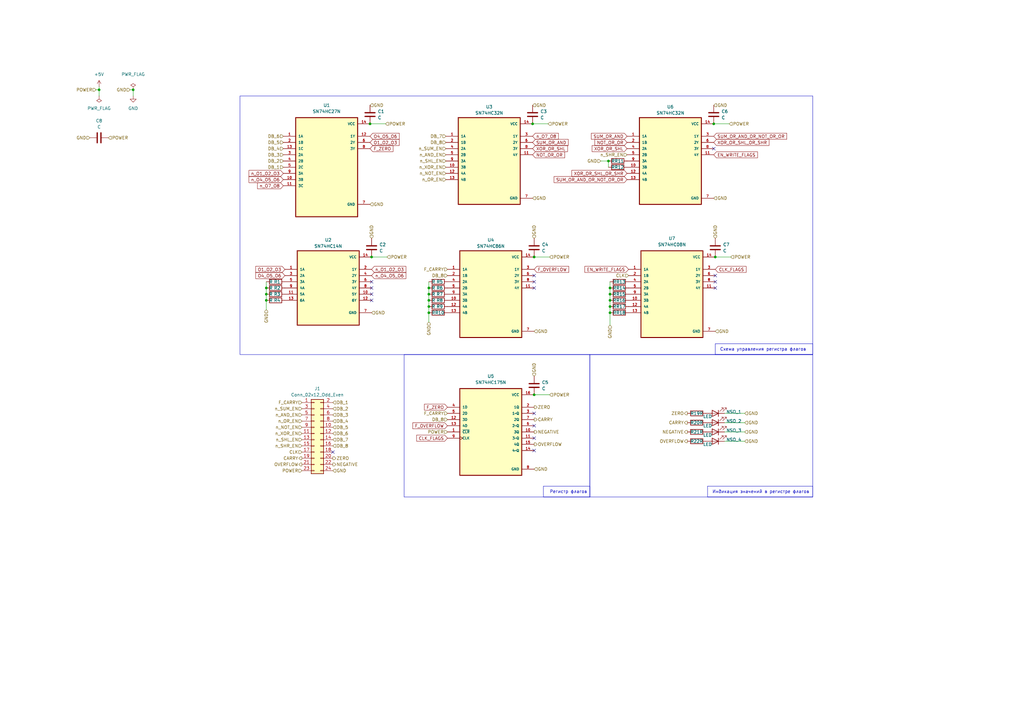
<source format=kicad_sch>
(kicad_sch (version 20230121) (generator eeschema)
  (paper "A3")
  (lib_symbols
    (symbol "Connector_Generic:Conn_02x12_Odd_Even" (pin_names (offset 1.016) hide)
      (property "Reference" "J" (at 1.27 15.24 0))
      (property "Value" "Conn_02x12_Odd_Even" (at 1.27 -17.78 0))
      (symbol "Conn_02x12_Odd_Even_1_1"
        (rectangle (start -1.27 -15.113) (end 0 -15.367) (stroke (width 0.1524)))
        (rectangle (start -1.27 -12.573) (end 0 -12.827) (stroke (width 0.1524)))
        (rectangle (start -1.27 -10.033) (end 0 -10.287) (stroke (width 0.1524)))
        (rectangle (start -1.27 -7.493) (end 0 -7.747) (stroke (width 0.1524)))
        (rectangle (start -1.27 -4.953) (end 0 -5.207) (stroke (width 0.1524)))
        (rectangle (start -1.27 -2.413) (end 0 -2.667) (stroke (width 0.1524)))
        (rectangle (start -1.27 0.127) (end 0 -0.127) (stroke (width 0.1524)))
        (rectangle (start -1.27 2.667) (end 0 2.413) (stroke (width 0.1524)))
        (rectangle (start -1.27 5.207) (end 0 4.953) (stroke (width 0.1524)))
        (rectangle (start -1.27 7.747) (end 0 7.493) (stroke (width 0.1524)))
        (rectangle (start -1.27 10.287) (end 0 10.033) (stroke (width 0.1524)))
        (rectangle (start -1.27 12.827) (end 0 12.573) (stroke (width 0.1524)))
        (rectangle (start -1.27 13.97) (end 3.81 -16.51) (stroke (width 0.254)) (fill (type background)))
        (rectangle (start 3.81 -15.113) (end 2.54 -15.367) (stroke (width 0.1524)))
        (rectangle (start 3.81 -12.573) (end 2.54 -12.827) (stroke (width 0.1524)))
        (rectangle (start 3.81 -10.033) (end 2.54 -10.287) (stroke (width 0.1524)))
        (rectangle (start 3.81 -7.493) (end 2.54 -7.747) (stroke (width 0.1524)))
        (rectangle (start 3.81 -4.953) (end 2.54 -5.207) (stroke (width 0.1524)))
        (rectangle (start 3.81 -2.413) (end 2.54 -2.667) (stroke (width 0.1524)))
        (rectangle (start 3.81 0.127) (end 2.54 -0.127) (stroke (width 0.1524)))
        (rectangle (start 3.81 2.667) (end 2.54 2.413) (stroke (width 0.1524)))
        (rectangle (start 3.81 5.207) (end 2.54 4.953) (stroke (width 0.1524)))
        (rectangle (start 3.81 7.747) (end 2.54 7.493) (stroke (width 0.1524)))
        (rectangle (start 3.81 10.287) (end 2.54 10.033) (stroke (width 0.1524)))
        (rectangle (start 3.81 12.827) (end 2.54 12.573) (stroke (width 0.1524)))
        (pin passive line (at -5.08 12.7 0) (length 3.81) (name "Pin_1") (number "1"))
        (pin passive line (at 7.62 2.54 180) (length 3.81) (name "Pin_10") (number "10"))
        (pin passive line (at -5.08 0 0) (length 3.81) (name "Pin_11") (number "11"))
        (pin passive line (at 7.62 0 180) (length 3.81) (name "Pin_12") (number "12"))
        (pin passive line (at -5.08 -2.54 0) (length 3.81) (name "Pin_13") (number "13"))
        (pin passive line (at 7.62 -2.54 180) (length 3.81) (name "Pin_14") (number "14"))
        (pin passive line (at -5.08 -5.08 0) (length 3.81) (name "Pin_15") (number "15"))
        (pin passive line (at 7.62 -5.08 180) (length 3.81) (name "Pin_16") (number "16"))
        (pin passive line (at -5.08 -7.62 0) (length 3.81) (name "Pin_17") (number "17"))
        (pin passive line (at 7.62 -7.62 180) (length 3.81) (name "Pin_18") (number "18"))
        (pin passive line (at -5.08 -10.16 0) (length 3.81) (name "Pin_19") (number "19"))
        (pin passive line (at 7.62 12.7 180) (length 3.81) (name "Pin_2") (number "2"))
        (pin passive line (at 7.62 -10.16 180) (length 3.81) (name "Pin_20") (number "20"))
        (pin passive line (at -5.08 -12.7 0) (length 3.81) (name "Pin_21") (number "21"))
        (pin passive line (at 7.62 -12.7 180) (length 3.81) (name "Pin_22") (number "22"))
        (pin passive line (at -5.08 -15.24 0) (length 3.81) (name "Pin_23") (number "23"))
        (pin passive line (at 7.62 -15.24 180) (length 3.81) (name "Pin_24") (number "24"))
        (pin passive line (at -5.08 10.16 0) (length 3.81) (name "Pin_3") (number "3"))
        (pin passive line (at 7.62 10.16 180) (length 3.81) (name "Pin_4") (number "4"))
        (pin passive line (at -5.08 7.62 0) (length 3.81) (name "Pin_5") (number "5"))
        (pin passive line (at 7.62 7.62 180) (length 3.81) (name "Pin_6") (number "6"))
        (pin passive line (at -5.08 5.08 0) (length 3.81) (name "Pin_7") (number "7"))
        (pin passive line (at 7.62 5.08 180) (length 3.81) (name "Pin_8") (number "8"))
        (pin passive line (at -5.08 2.54 0) (length 3.81) (name "Pin_9") (number "9"))
      )
    )
    (symbol "Device:C" (pin_numbers hide) (pin_names (offset 0.254))
      (property "Reference" "C" (at 0.635 2.54 0))
      (property "Value" "C" (at 0.635 -2.54 0))
      (symbol "C_0_1"
        (polyline (pts (xy -2.032 -0.762) (xy 2.032 -0.762)) (stroke (width 0.508)))
        (polyline (pts (xy -2.032 0.762) (xy 2.032 0.762)) (stroke (width 0.508)))
      )
      (symbol "C_1_1"
        (pin passive line (at 0 3.81 270) (length 2.794) (name "~") (number "1"))
        (pin passive line (at 0 -3.81 90) (length 2.794) (name "~") (number "2"))
      )
    )
    (symbol "Device:LED" (pin_numbers hide) (pin_names (offset 1.016) hide)
      (property "Reference" "D" (at 0 2.54 0))
      (property "Value" "LED" (at 0 -2.54 0))
      (symbol "LED_0_1"
        (polyline (pts (xy -1.27 -1.27) (xy -1.27 1.27)) (stroke (width 0.254)))
        (polyline (pts (xy -1.27 0) (xy 1.27 0)))
        (polyline (pts (xy 1.27 -1.27) (xy 1.27 1.27) (xy -1.27 0) (xy 1.27 -1.27)) (stroke (width 0.254)))
        (polyline (pts (xy -3.048 -0.762) (xy -4.572 -2.286) (xy -3.81 -2.286) (xy -4.572 -2.286) (xy -4.572 -1.524)))
        (polyline (pts (xy -1.778 -0.762) (xy -3.302 -2.286) (xy -2.54 -2.286) (xy -3.302 -2.286) (xy -3.302 -1.524)))
      )
      (symbol "LED_1_1"
        (pin passive line (at -3.81 0 0) (length 2.54) (name "K") (number "1"))
        (pin passive line (at 3.81 0 180) (length 2.54) (name "A") (number "2"))
      )
    )
    (symbol "Device:R" (pin_numbers hide) (pin_names (offset 0))
      (property "Reference" "R" (at 2.032 0 90))
      (property "Value" "R" (at 0 0 90))
      (symbol "R_0_1"
        (rectangle (start -1.016 -2.54) (end 1.016 2.54) (stroke (width 0.254)))
      )
      (symbol "R_1_1"
        (pin passive line (at 0 3.81 270) (length 1.27) (name "~") (number "1"))
        (pin passive line (at 0 -3.81 90) (length 1.27) (name "~") (number "2"))
      )
    )
    (symbol "SN74HC08N:SN74HC08N" (pin_names (offset 1.016))
      (property "Reference" "U" (at -12.7 18.78 0))
      (property "Value" "SN74HC08N" (at -12.7 -21.78 0))
      (symbol "SN74HC08N_0_0"
        (rectangle (start -12.7 -17.78) (end 12.7 17.78) (stroke (width 0.41)) (fill (type background)))
        (pin input line (at -17.78 10.16 0) (length 5.08) (name "1A") (number "1"))
        (pin input line (at -17.78 -2.54 0) (length 5.08) (name "3B") (number "10"))
        (pin output line (at 17.78 2.54 180) (length 5.08) (name "4Y") (number "11"))
        (pin input line (at -17.78 -5.08 0) (length 5.08) (name "4A") (number "12"))
        (pin input line (at -17.78 -7.62 0) (length 5.08) (name "4B") (number "13"))
        (pin power_in line (at 17.78 15.24 180) (length 5.08) (name "VCC") (number "14"))
        (pin input line (at -17.78 7.62 0) (length 5.08) (name "1B") (number "2"))
        (pin output line (at 17.78 10.16 180) (length 5.08) (name "1Y") (number "3"))
        (pin input line (at -17.78 5.08 0) (length 5.08) (name "2A") (number "4"))
        (pin input line (at -17.78 2.54 0) (length 5.08) (name "2B") (number "5"))
        (pin output line (at 17.78 7.62 180) (length 5.08) (name "2Y") (number "6"))
        (pin power_in line (at 17.78 -15.24 180) (length 5.08) (name "GND") (number "7"))
        (pin output line (at 17.78 5.08 180) (length 5.08) (name "3Y") (number "8"))
        (pin input line (at -17.78 0 0) (length 5.08) (name "3A") (number "9"))
      )
    )
    (symbol "SN74HC14N:SN74HC14N" (pin_names (offset 1.016))
      (property "Reference" "U" (at -12.7 16.24 0))
      (property "Value" "SN74HC14N" (at -12.7 -19.24 0))
      (symbol "SN74HC14N_0_0"
        (rectangle (start -12.7 -15.24) (end 12.7 15.24) (stroke (width 0.41)) (fill (type background)))
        (pin input line (at -17.78 7.62 0) (length 5.08) (name "1A") (number "1"))
        (pin output line (at 17.78 -2.54 180) (length 5.08) (name "5Y") (number "10"))
        (pin input line (at -17.78 -2.54 0) (length 5.08) (name "5A") (number "11"))
        (pin output line (at 17.78 -5.08 180) (length 5.08) (name "6Y") (number "12"))
        (pin input line (at -17.78 -5.08 0) (length 5.08) (name "6A") (number "13"))
        (pin power_in line (at 17.78 12.7 180) (length 5.08) (name "VCC") (number "14"))
        (pin output line (at 17.78 7.62 180) (length 5.08) (name "1Y") (number "2"))
        (pin input line (at -17.78 5.08 0) (length 5.08) (name "2A") (number "3"))
        (pin output line (at 17.78 5.08 180) (length 5.08) (name "2Y") (number "4"))
        (pin input line (at -17.78 2.54 0) (length 5.08) (name "3A") (number "5"))
        (pin output line (at 17.78 2.54 180) (length 5.08) (name "3Y") (number "6"))
        (pin power_in line (at 17.78 -10.16 180) (length 5.08) (name "GND") (number "7"))
        (pin output line (at 17.78 0 180) (length 5.08) (name "4Y") (number "8"))
        (pin input line (at -17.78 0 0) (length 5.08) (name "4A") (number "9"))
      )
    )
    (symbol "SN74HC175N:SN74HC175N" (pin_names (offset 1.016))
      (property "Reference" "U" (at -12.7 18.78 0))
      (property "Value" "SN74HC175N" (at -12.7 -21.78 0))
      (symbol "SN74HC175N_0_0"
        (rectangle (start -12.7 -17.78) (end 12.7 17.78) (stroke (width 0.41)) (fill (type background)))
        (pin input line (at -17.78 0 0) (length 5.08) (name "~{CLR}") (number "1"))
        (pin output line (at 17.78 0 180) (length 5.08) (name "3Q") (number "10"))
        (pin output line (at 17.78 -2.54 180) (length 5.08) (name "3~Q") (number "11"))
        (pin input line (at -17.78 5.08 0) (length 5.08) (name "3D") (number "12"))
        (pin input line (at -17.78 2.54 0) (length 5.08) (name "4D") (number "13"))
        (pin output line (at 17.78 -7.62 180) (length 5.08) (name "4~Q") (number "14"))
        (pin output line (at 17.78 -5.08 180) (length 5.08) (name "4Q") (number "15"))
        (pin power_in line (at 17.78 15.24 180) (length 5.08) (name "VCC") (number "16"))
        (pin output line (at 17.78 10.16 180) (length 5.08) (name "1Q") (number "2"))
        (pin output line (at 17.78 7.62 180) (length 5.08) (name "1~Q") (number "3"))
        (pin input line (at -17.78 10.16 0) (length 5.08) (name "1D") (number "4"))
        (pin input line (at -17.78 7.62 0) (length 5.08) (name "2D") (number "5"))
        (pin output line (at 17.78 2.54 180) (length 5.08) (name "2~Q") (number "6"))
        (pin output line (at 17.78 5.08 180) (length 5.08) (name "2Q") (number "7"))
        (pin power_in line (at 17.78 -15.24 180) (length 5.08) (name "GND") (number "8"))
        (pin input clock (at -17.78 -2.54 0) (length 5.08) (name "CLK") (number "9"))
      )
    )
    (symbol "SN74HC27N:SN74HC27N" (pin_names (offset 1.016))
      (property "Reference" "U" (at -12.7 21.32 0))
      (property "Value" "SN74HC27N" (at -12.7 -24.32 0))
      (symbol "SN74HC27N_0_0"
        (rectangle (start -12.7 -20.32) (end 12.7 20.32) (stroke (width 0.41)) (fill (type background)))
        (pin input line (at -17.78 12.7 0) (length 5.08) (name "1A") (number "1"))
        (pin input line (at -17.78 -5.08 0) (length 5.08) (name "3B") (number "10"))
        (pin input line (at -17.78 -7.62 0) (length 5.08) (name "3C") (number "11"))
        (pin output line (at 17.78 12.7 180) (length 5.08) (name "1Y") (number "12"))
        (pin input line (at -17.78 7.62 0) (length 5.08) (name "1C") (number "13"))
        (pin power_in line (at 17.78 17.78 180) (length 5.08) (name "VCC") (number "14"))
        (pin input line (at -17.78 10.16 0) (length 5.08) (name "1B") (number "2"))
        (pin input line (at -17.78 5.08 0) (length 5.08) (name "2A") (number "3"))
        (pin input line (at -17.78 2.54 0) (length 5.08) (name "2B") (number "4"))
        (pin input line (at -17.78 0 0) (length 5.08) (name "2C") (number "5"))
        (pin output line (at 17.78 10.16 180) (length 5.08) (name "2Y") (number "6"))
        (pin power_in line (at 17.78 -15.24 180) (length 5.08) (name "GND") (number "7"))
        (pin output line (at 17.78 7.62 180) (length 5.08) (name "3Y") (number "8"))
        (pin input line (at -17.78 -2.54 0) (length 5.08) (name "3A") (number "9"))
      )
    )
    (symbol "SN74HC32N:SN74HC32N" (pin_names (offset 1.016))
      (property "Reference" "U" (at -12.7 18.78 0))
      (property "Value" "SN74HC32N" (at -12.7 -21.78 0))
      (symbol "SN74HC32N_0_0"
        (rectangle (start -12.7 -17.78) (end 12.7 17.78) (stroke (width 0.41)) (fill (type background)))
        (pin input line (at -17.78 10.16 0) (length 5.08) (name "1A") (number "1"))
        (pin input line (at -17.78 -2.54 0) (length 5.08) (name "3B") (number "10"))
        (pin output line (at 17.78 2.54 180) (length 5.08) (name "4Y") (number "11"))
        (pin input line (at -17.78 -5.08 0) (length 5.08) (name "4A") (number "12"))
        (pin input line (at -17.78 -7.62 0) (length 5.08) (name "4B") (number "13"))
        (pin power_in line (at 17.78 15.24 180) (length 5.08) (name "VCC") (number "14"))
        (pin input line (at -17.78 7.62 0) (length 5.08) (name "1B") (number "2"))
        (pin output line (at 17.78 10.16 180) (length 5.08) (name "1Y") (number "3"))
        (pin input line (at -17.78 5.08 0) (length 5.08) (name "2A") (number "4"))
        (pin input line (at -17.78 2.54 0) (length 5.08) (name "2B") (number "5"))
        (pin output line (at 17.78 7.62 180) (length 5.08) (name "2Y") (number "6"))
        (pin power_in line (at 17.78 -15.24 180) (length 5.08) (name "GND") (number "7"))
        (pin output line (at 17.78 5.08 180) (length 5.08) (name "3Y") (number "8"))
        (pin input line (at -17.78 0 0) (length 5.08) (name "3A") (number "9"))
      )
    )
    (symbol "SN74HC86N:SN74HC86N" (pin_names (offset 1.016))
      (property "Reference" "U" (at -12.7 18.78 0))
      (property "Value" "SN74HC86N" (at -12.7 -21.78 0))
      (symbol "SN74HC86N_0_0"
        (rectangle (start -12.7 -17.78) (end 12.7 17.78) (stroke (width 0.41)) (fill (type background)))
        (pin input line (at -17.78 10.16 0) (length 5.08) (name "1A") (number "1"))
        (pin input line (at -17.78 -2.54 0) (length 5.08) (name "3B") (number "10"))
        (pin output line (at 17.78 2.54 180) (length 5.08) (name "4Y") (number "11"))
        (pin input line (at -17.78 -5.08 0) (length 5.08) (name "4A") (number "12"))
        (pin input line (at -17.78 -7.62 0) (length 5.08) (name "4B") (number "13"))
        (pin power_in line (at 17.78 15.24 180) (length 5.08) (name "VCC") (number "14"))
        (pin input line (at -17.78 7.62 0) (length 5.08) (name "1B") (number "2"))
        (pin output line (at 17.78 10.16 180) (length 5.08) (name "1Y") (number "3"))
        (pin input line (at -17.78 5.08 0) (length 5.08) (name "2A") (number "4"))
        (pin input line (at -17.78 2.54 0) (length 5.08) (name "2B") (number "5"))
        (pin output line (at 17.78 7.62 180) (length 5.08) (name "2Y") (number "6"))
        (pin power_in line (at 17.78 -15.24 180) (length 5.08) (name "GND") (number "7"))
        (pin output line (at 17.78 5.08 180) (length 5.08) (name "3Y") (number "8"))
        (pin input line (at -17.78 0 0) (length 5.08) (name "3A") (number "9"))
      )
    )
    (symbol "power:+5V" (power) (pin_names (offset 0))
      (property "Value" "+5V" (at 0 3.556 0))
      (symbol "+5V_0_1"
        (polyline (pts (xy -0.762 1.27) (xy 0 2.54)))
        (polyline (pts (xy 0 0) (xy 0 2.54)))
        (polyline (pts (xy 0 2.54) (xy 0.762 1.27)))
      )
      (symbol "+5V_1_1"
        (pin power_in line (at 0 0 90) (length 0) hide (name "+5V") (number "1"))
      )
    )
    (symbol "power:GND" (power) (pin_names (offset 0))
      (property "Value" "GND" (at 0 -3.81 0))
      (symbol "GND_0_1"
        (polyline (pts (xy 0 0) (xy 0 -1.27) (xy 1.27 -1.27) (xy 0 -2.54) (xy -1.27 -1.27) (xy 0 -1.27)))
      )
      (symbol "GND_1_1"
        (pin power_in line (at 0 0 270) (length 0) hide (name "GND") (number "1"))
      )
    )
    (symbol "power:PWR_FLAG" (power) (pin_numbers hide) (pin_names (offset 0) hide)
      (property "Value" "PWR_FLAG" (at 0 3.81 0))
      (symbol "PWR_FLAG_0_0"
        (pin power_out line (at 0 0 90) (length 0) (name "pwr") (number "1"))
      )
      (symbol "PWR_FLAG_0_1"
        (polyline (pts (xy 0 0) (xy 0 1.27) (xy -1.016 1.905) (xy 0 2.54) (xy 1.016 1.905) (xy 0 1.27)))
      )
    )
  )
  (junction (at 175.895 120.65))
  (junction (at 250.19 128.27))
  (junction (at 175.895 128.27))
  (junction (at 219.075 161.925))
  (junction (at 40.64 36.83))
  (junction (at 109.22 118.11))
  (junction (at 109.22 120.65))
  (junction (at 250.19 120.65))
  (junction (at 292.735 50.8))
  (junction (at 250.19 118.11))
  (junction (at 219.075 105.41))
  (junction (at 250.19 123.19))
  (junction (at 152.4 105.41))
  (junction (at 109.22 123.19))
  (junction (at 293.37 105.41))
  (junction (at 175.895 125.73))
  (junction (at 249.555 66.04))
  (junction (at 218.44 50.8))
  (junction (at 151.765 50.8))
  (junction (at 250.19 125.73))
  (junction (at 54.61 36.83))
  (junction (at 175.895 123.19))
  (junction (at 175.895 118.11))
  (no_connect (at 293.37 113.03))
  (no_connect (at 219.075 179.705))
  (no_connect (at 293.37 115.57))
  (no_connect (at 152.4 118.11))
  (no_connect (at 219.075 118.11))
  (no_connect (at 152.4 120.65))
  (no_connect (at 219.075 113.03))
  (no_connect (at 136.525 185.42))
  (no_connect (at 292.735 60.96))
  (no_connect (at 219.075 184.785))
  (no_connect (at 219.075 169.545))
  (no_connect (at 293.37 118.11))
  (no_connect (at 219.075 174.625))
  (no_connect (at 152.4 115.57))
  (no_connect (at 219.075 115.57))
  (no_connect (at 152.4 123.19))
  (wire (pts (xy 39.37 36.83) (xy 40.64 36.83)))
  (wire (pts (xy 54.61 39.37) (xy 54.61 36.83)))
  (wire (pts (xy 54.61 36.83) (xy 53.34 36.83)))
  (wire (pts (xy 175.895 115.57) (xy 175.895 118.11)))
  (wire (pts (xy 109.22 115.57) (xy 109.22 118.11)))
  (wire (pts (xy 250.19 115.57) (xy 250.19 118.11)))
  (wire (pts (xy 152.4 105.41) (xy 158.75 105.41)))
  (wire (pts (xy 293.37 105.41) (xy 299.72 105.41)))
  (wire (pts (xy 297.18 177.165) (xy 305.435 177.165)))
  (wire (pts (xy 246.38 66.04) (xy 249.555 66.04)))
  (wire (pts (xy 218.44 50.8) (xy 224.79 50.8)))
  (wire (pts (xy 109.22 120.65) (xy 109.22 123.19)))
  (wire (pts (xy 250.19 128.27) (xy 250.19 133.35)))
  (wire (pts (xy 40.64 39.37) (xy 40.64 36.83)))
  (wire (pts (xy 297.18 169.545) (xy 305.435 169.545)))
  (wire (pts (xy 175.895 123.19) (xy 175.895 125.73)))
  (wire (pts (xy 250.19 118.11) (xy 250.19 120.65)))
  (wire (pts (xy 109.22 123.19) (xy 109.22 127)))
  (wire (pts (xy 292.735 50.8) (xy 299.085 50.8)))
  (wire (pts (xy 250.19 120.65) (xy 250.19 123.19)))
  (wire (pts (xy 297.18 173.355) (xy 305.435 173.355)))
  (wire (pts (xy 219.075 105.41) (xy 225.425 105.41)))
  (wire (pts (xy 219.075 161.925) (xy 225.425 161.925)))
  (wire (pts (xy 250.19 125.73) (xy 250.19 128.27)))
  (wire (pts (xy 250.19 123.19) (xy 250.19 125.73)))
  (wire (pts (xy 297.18 180.975) (xy 305.435 180.975)))
  (wire (pts (xy 109.22 118.11) (xy 109.22 120.65)))
  (wire (pts (xy 249.555 66.04) (xy 249.555 68.58)))
  (wire (pts (xy 175.895 118.11) (xy 175.895 120.65)))
  (wire (pts (xy 40.64 36.83) (xy 40.64 35.56)))
  (wire (pts (xy 151.765 50.8) (xy 158.115 50.8)))
  (wire (pts (xy 175.895 128.27) (xy 175.895 132.08)))
  (wire (pts (xy 175.895 125.73) (xy 175.895 128.27)))
  (wire (pts (xy 175.895 120.65) (xy 175.895 123.19)))
  (rectangle (start 293.37 140.97) (end 333.375 145.415))
  (rectangle (start 290.195 199.39) (end 333.375 203.835))
  (rectangle (start 165.735 145.415) (end 241.935 203.835))
  (rectangle (start 241.935 145.415) (end 333.375 203.835))
  (rectangle (start 98.425 39.37) (end 333.375 145.415))
  (rectangle (start 222.885 199.39) (end 241.935 203.835))
  (text "Регистр флагов\n" (at 225.425 202.565 0) (effects (font (size 1.27 1.27)) (justify left bottom)))
  (text "Индикация значений в регистре флагов\n" (at 292.1 202.565 0) (effects (font (size 1.27 1.27)) (justify left bottom)))
  (text "Схема управления регистра флагов" (at 295.275 144.145 0) (effects (font (size 1.27 1.27)) (justify left bottom)))
  (global_label "CLK_FLAGS" (shape input) (at 183.515 179.705 180) (property "Intersheetrefs" "${INTERSHEET_REFS}" (effects hide)))
  (global_label "SUM_OR_AND" (shape input) (at 257.175 55.88 180) (property "Intersheetrefs" "${INTERSHEET_REFS}" (effects hide)))
  (global_label "n_O1_O2_O3" (shape input) (at 152.4 110.49 0) (property "Intersheetrefs" "${INTERSHEET_REFS}" (effects hide)))
  (global_label "O4_O5_O6" (shape input) (at 151.765 55.88 0) (property "Intersheetrefs" "${INTERSHEET_REFS}" (effects hide)))
  (global_label "F_ZERO" (shape input) (at 151.765 60.96 0) (property "Intersheetrefs" "${INTERSHEET_REFS}" (effects hide)))
  (global_label "SUM_OR_AND" (shape input) (at 218.44 58.42 0) (property "Intersheetrefs" "${INTERSHEET_REFS}" (effects hide)))
  (global_label "SUM_OR_AND_OR_NOT_OR_OR" (shape input) (at 257.175 73.66 180) (property "Intersheetrefs" "${INTERSHEET_REFS}" (effects hide)))
  (global_label "EN_WRITE_FLAGS" (shape input) (at 292.735 63.5 0) (property "Intersheetrefs" "${INTERSHEET_REFS}" (effects hide)))
  (global_label "n_O4_O5_O6" (shape input) (at 152.4 113.03 0) (property "Intersheetrefs" "${INTERSHEET_REFS}" (effects hide)))
  (global_label "CLK_FLAGS" (shape input) (at 293.37 110.49 0) (property "Intersheetrefs" "${INTERSHEET_REFS}" (effects hide)))
  (global_label "O4_O5_O6" (shape input) (at 116.84 113.03 180) (property "Intersheetrefs" "${INTERSHEET_REFS}" (effects hide)))
  (global_label "O1_O2_O3" (shape input) (at 116.84 110.49 180) (property "Intersheetrefs" "${INTERSHEET_REFS}" (effects hide)))
  (global_label "XOR_OR_SHL" (shape input) (at 257.175 60.96 180) (property "Intersheetrefs" "${INTERSHEET_REFS}" (effects hide)))
  (global_label "XOR_OR_SHL" (shape input) (at 218.44 60.96 0) (property "Intersheetrefs" "${INTERSHEET_REFS}" (effects hide)))
  (global_label "NOT_OR_OR" (shape input) (at 257.175 58.42 180) (property "Intersheetrefs" "${INTERSHEET_REFS}" (effects hide)))
  (global_label "F_ZERO" (shape input) (at 183.515 167.005 180) (property "Intersheetrefs" "${INTERSHEET_REFS}" (effects hide)))
  (global_label "n_O4_O5_O6" (shape input) (at 116.205 73.66 180) (property "Intersheetrefs" "${INTERSHEET_REFS}" (effects hide)))
  (global_label "NOT_OR_OR" (shape input) (at 218.44 63.5 0) (property "Intersheetrefs" "${INTERSHEET_REFS}" (effects hide)))
  (global_label "n_O7_O8" (shape input) (at 218.44 55.88 0) (property "Intersheetrefs" "${INTERSHEET_REFS}" (effects hide)))
  (global_label "n_O7_O8" (shape input) (at 116.205 76.2 180) (property "Intersheetrefs" "${INTERSHEET_REFS}" (effects hide)))
  (global_label "SUM_OR_AND_OR_NOT_OR_OR" (shape input) (at 292.735 55.88 0) (property "Intersheetrefs" "${INTERSHEET_REFS}" (effects hide)))
  (global_label "EN_WRITE_FLAGS" (shape input) (at 257.81 110.49 180) (property "Intersheetrefs" "${INTERSHEET_REFS}" (effects hide)))
  (global_label "XOR_OR_SHL_OR_SHR" (shape input) (at 292.735 58.42 0) (property "Intersheetrefs" "${INTERSHEET_REFS}" (effects hide)))
  (global_label "F_OVERFLOW" (shape input) (at 183.515 174.625 180) (property "Intersheetrefs" "${INTERSHEET_REFS}" (effects hide)))
  (global_label "XOR_OR_SHL_OR_SHR" (shape input) (at 257.175 71.12 180) (property "Intersheetrefs" "${INTERSHEET_REFS}" (effects hide)))
  (global_label "n_O1_O2_O3" (shape input) (at 116.205 71.12 180) (property "Intersheetrefs" "${INTERSHEET_REFS}" (effects hide)))
  (global_label "O1_O2_O3" (shape input) (at 151.765 58.42 0) (property "Intersheetrefs" "${INTERSHEET_REFS}" (effects hide)))
  (global_label "F_OVERFLOW" (shape input) (at 219.075 110.49 0) (property "Intersheetrefs" "${INTERSHEET_REFS}" (effects hide)))
  (hierarchical_label "DB_8" (shape input) (at 136.525 182.88 0))
  (hierarchical_label "OVERFLOW" (shape output) (at 281.94 180.975 180))
  (hierarchical_label "POWER" (shape input) (at 224.79 50.8 0))
  (hierarchical_label "CARRY" (shape output) (at 123.825 187.96 180))
  (hierarchical_label "n_OR_EN" (shape input) (at 123.825 172.72 180))
  (hierarchical_label "DB_2" (shape input) (at 136.525 167.64 0))
  (hierarchical_label "GND" (shape input) (at 219.075 135.89 0))
  (hierarchical_label "CLK" (shape input) (at 257.81 113.03 180))
  (hierarchical_label "GND" (shape input) (at 36.83 56.515 180))
  (hierarchical_label "n_SHL_EN" (shape input) (at 123.825 180.34 180))
  (hierarchical_label "GND" (shape input) (at 218.44 43.18 0))
  (hierarchical_label "GND" (shape input) (at 292.735 43.18 0))
  (hierarchical_label "DB_8" (shape input) (at 183.515 172.085 180))
  (hierarchical_label "DB_2" (shape input) (at 116.205 66.04 180))
  (hierarchical_label "n_AND_EN" (shape input) (at 182.88 63.5 180))
  (hierarchical_label "DB_3" (shape input) (at 136.525 170.18 0))
  (hierarchical_label "GND" (shape input) (at 175.895 132.08 270))
  (hierarchical_label "GND" (shape input) (at 136.525 193.04 0))
  (hierarchical_label "POWER" (shape input) (at 225.425 161.925 0))
  (hierarchical_label "DB_1" (shape input) (at 136.525 165.1 0))
  (hierarchical_label "F_CARRY" (shape input) (at 183.515 169.545 180))
  (hierarchical_label "POWER" (shape input) (at 158.75 105.41 0))
  (hierarchical_label "n_SHR_EN" (shape input) (at 123.825 182.88 180))
  (hierarchical_label "n_SHR_EN" (shape input) (at 257.175 63.5 180))
  (hierarchical_label "DB_6" (shape input) (at 136.525 177.8 0))
  (hierarchical_label "n_XOR_EN" (shape input) (at 123.825 177.8 180))
  (hierarchical_label "F_CARRY" (shape input) (at 183.515 110.49 180))
  (hierarchical_label "GND" (shape input) (at 305.435 177.165 0))
  (hierarchical_label "CLK" (shape input) (at 123.825 185.42 180))
  (hierarchical_label "n_SHL_EN" (shape input) (at 182.88 66.04 180))
  (hierarchical_label "GND" (shape input) (at 151.765 43.18 0))
  (hierarchical_label "GND" (shape input) (at 305.435 169.545 0))
  (hierarchical_label "GND" (shape input) (at 293.37 97.79 90))
  (hierarchical_label "POWER" (shape input) (at 299.72 105.41 0))
  (hierarchical_label "DB_3" (shape input) (at 116.205 63.5 180))
  (hierarchical_label "DB_1" (shape input) (at 116.205 68.58 180))
  (hierarchical_label "DB_6" (shape input) (at 116.205 55.88 180))
  (hierarchical_label "GND" (shape input) (at 53.34 36.83 180))
  (hierarchical_label "GND" (shape input) (at 219.075 154.305 90))
  (hierarchical_label "POWER" (shape input) (at 183.515 177.165 180))
  (hierarchical_label "POWER" (shape input) (at 158.115 50.8 0))
  (hierarchical_label "n_NOT_EN" (shape input) (at 123.825 175.26 180))
  (hierarchical_label "n_NOT_EN" (shape input) (at 182.88 71.12 180))
  (hierarchical_label "ZERO" (shape output) (at 281.94 169.545 180))
  (hierarchical_label "n_SUM_EN" (shape input) (at 123.825 167.64 180))
  (hierarchical_label "F_CARRY" (shape input) (at 123.825 165.1 180))
  (hierarchical_label "POWER" (shape input) (at 44.45 56.515 0))
  (hierarchical_label "GND" (shape input) (at 219.075 97.79 90))
  (hierarchical_label "n_XOR_EN" (shape input) (at 182.88 68.58 180))
  (hierarchical_label "GND" (shape input) (at 219.075 192.405 0))
  (hierarchical_label "DB_7" (shape input) (at 136.525 180.34 0))
  (hierarchical_label "GND" (shape input) (at 305.435 180.975 0))
  (hierarchical_label "GND" (shape input) (at 109.22 127 270))
  (hierarchical_label "POWER" (shape input) (at 123.825 193.04 180))
  (hierarchical_label "DB_7" (shape input) (at 182.88 55.88 180))
  (hierarchical_label "n_SUM_EN" (shape input) (at 182.88 60.96 180))
  (hierarchical_label "GND" (shape input) (at 152.4 128.27 0))
  (hierarchical_label "POWER" (shape input) (at 39.37 36.83 180))
  (hierarchical_label "n_AND_EN" (shape input) (at 123.825 170.18 180))
  (hierarchical_label "DB_5" (shape input) (at 116.205 58.42 180))
  (hierarchical_label "GND" (shape input) (at 218.44 81.28 0))
  (hierarchical_label "GND" (shape input) (at 152.4 97.79 90))
  (hierarchical_label "ZERO" (shape output) (at 219.075 167.005 0))
  (hierarchical_label "NEGATIVE" (shape output) (at 136.525 190.5 0))
  (hierarchical_label "ZERO" (shape output) (at 136.525 187.96 0))
  (hierarchical_label "NEGATIVE" (shape output) (at 281.94 177.165 180))
  (hierarchical_label "n_OR_EN" (shape input) (at 182.88 73.66 180))
  (hierarchical_label "GND" (shape input) (at 151.765 83.82 0))
  (hierarchical_label "POWER" (shape input) (at 225.425 105.41 0))
  (hierarchical_label "DB_4" (shape input) (at 136.525 172.72 0))
  (hierarchical_label "OVERFLOW" (shape output) (at 123.825 190.5 180))
  (hierarchical_label "GND" (shape input) (at 293.37 135.89 0))
  (hierarchical_label "GND" (shape input) (at 250.19 133.35 270))
  (hierarchical_label "DB_8" (shape input) (at 183.515 113.03 180))
  (hierarchical_label "CARRY" (shape output) (at 219.075 172.085 0))
  (hierarchical_label "GND" (shape input) (at 246.38 66.04 180))
  (hierarchical_label "POWER" (shape input) (at 299.085 50.8 0))
  (hierarchical_label "OVERFLOW" (shape output) (at 219.075 182.245 0))
  (hierarchical_label "DB_8" (shape input) (at 182.88 58.42 180))
  (hierarchical_label "GND" (shape input) (at 292.735 81.28 0))
  (hierarchical_label "GND" (shape input) (at 305.435 173.355 0))
  (hierarchical_label "CARRY" (shape output) (at 281.94 173.355 180))
  (hierarchical_label "DB_5" (shape input) (at 136.525 175.26 0))
  (hierarchical_label "NEGATIVE" (shape output) (at 219.075 177.165 0))
  (hierarchical_label "DB_4" (shape input) (at 116.205 60.96 180))
  (symbol (lib_id "Device:LED") (at 293.37 177.165 180) (unit 1)
    (property "Reference" "NSO_3" (at 300.99 176.53 0))
    (property "Value" "LED" (at 290.195 178.435 0))
    (property "Footprint" "LED_THT:LED_D3.0mm" (effects hide))
  )
  (symbol (lib_id "Device:C") (at 152.4 101.6 0) (unit 1)
    (property "Reference" "C2" (at 155.575 100.33 0) (effects (justify left)))
    (property "Value" "C" (at 155.575 102.87 0) (effects (justify left)))
    (property "Footprint" "Capacitor_THT:C_Disc_D6.0mm_W2.5mm_P5.00mm" (effects hide))
  )
  (symbol (lib_id "Device:C") (at 219.075 158.115 0) (unit 1)
    (property "Reference" "C5" (at 222.25 156.845 0) (effects (justify left)))
    (property "Value" "C" (at 222.25 159.385 0) (effects (justify left)))
    (property "Footprint" "Capacitor_THT:C_Disc_D6.0mm_W2.5mm_P5.00mm" (effects hide))
  )
  (symbol (lib_id "Device:R") (at 179.705 120.65 90) (unit 1)
    (property "Reference" "R7" (at 180.34 120.65 90))
    (property "Value" "R" (at 177.8 120.65 90))
    (property "Footprint" "Resistor_THT:R_Axial_DIN0207_L6.3mm_D2.5mm_P5.08mm_Vertical" (effects hide))
  )
  (symbol (lib_id "Device:R") (at 179.705 128.27 90) (unit 1)
    (property "Reference" "R10" (at 180.34 128.27 90))
    (property "Value" "R" (at 177.8 128.27 90))
    (property "Footprint" "Resistor_THT:R_Axial_DIN0207_L6.3mm_D2.5mm_P5.08mm_Vertical" (effects hide))
  )
  (symbol (lib_id "Device:LED") (at 293.37 169.545 180) (unit 1)
    (property "Reference" "NSO_1" (at 300.99 168.91 0))
    (property "Value" "LED" (at 290.195 170.815 0))
    (property "Footprint" "LED_THT:LED_D3.0mm" (effects hide))
  )
  (symbol (lib_id "Device:R") (at 113.03 123.19 90) (unit 1)
    (property "Reference" "R4" (at 113.665 123.19 90))
    (property "Value" "R" (at 111.125 123.19 90))
    (property "Footprint" "Resistor_THT:R_Axial_DIN0207_L6.3mm_D2.5mm_P5.08mm_Vertical" (effects hide))
  )
  (symbol (lib_id "SN74HC175N:SN74HC175N") (at 201.295 177.165 0) (unit 1)
    (property "Reference" "U5" (at 201.295 154.305 0))
    (property "Value" "SN74HC175N" (at 201.295 156.845 0))
    (property "Footprint" "SN74HC175N:DIP794W45P254L1969H508Q16" (effects hide))
    (property "MF" "Texas Instruments" (effects hide))
    (property "Description" "\nQuadruple D-Type Flip-Flops With Clear\n" (effects hide))
    (property "Package" "PDIP-16 Texas Instruments" (effects hide))
    (property "Price" "None" (effects hide))
    (property "SnapEDA_Link" "https://www.snapeda.com/parts/SN74HC175N/Texas+Instruments/view-part/?ref=snap" (effects hide))
    (property "MP" "SN74HC175N" (effects hide))
    (property "Purchase-URL" "https://www.snapeda.com/api/url_track_click_mouser/?unipart_id=426294&manufacturer=Texas Instruments&part_name=SN74HC175N&search_term=sn74hc175" (effects hide))
    (property "Availability" "In Stock" (effects hide))
    (property "Check_prices" "https://www.snapeda.com/parts/SN74HC175N/Texas+Instruments/view-part/?ref=eda" (effects hide))
  )
  (symbol (lib_id "Device:C") (at 219.075 101.6 0) (unit 1)
    (property "Reference" "C4" (at 222.25 100.33 0) (effects (justify left)))
    (property "Value" "C" (at 222.25 102.87 0) (effects (justify left)))
    (property "Footprint" "Capacitor_THT:C_Disc_D6.0mm_W2.5mm_P5.00mm" (effects hide))
  )
  (symbol (lib_id "Device:C") (at 292.735 46.99 0) (unit 1)
    (property "Reference" "C6" (at 295.91 45.72 0) (effects (justify left)))
    (property "Value" "C" (at 295.91 48.26 0) (effects (justify left)))
    (property "Footprint" "Capacitor_THT:C_Disc_D6.0mm_W2.5mm_P5.00mm" (effects hide))
  )
  (symbol (lib_id "Device:R") (at 253.365 68.58 90) (unit 1)
    (property "Reference" "R12" (at 254 68.58 90))
    (property "Value" "R" (at 251.46 68.58 90))
    (property "Footprint" "Resistor_THT:R_Axial_DIN0207_L6.3mm_D2.5mm_P5.08mm_Vertical" (effects hide))
  )
  (symbol (lib_id "Device:R") (at 179.705 115.57 90) (unit 1)
    (property "Reference" "R5" (at 180.34 115.57 90))
    (property "Value" "R" (at 177.8 115.57 90))
    (property "Footprint" "Resistor_THT:R_Axial_DIN0207_L6.3mm_D2.5mm_P5.08mm_Vertical" (effects hide))
  )
  (symbol (lib_id "SN74HC08N:SN74HC08N") (at 275.59 120.65 0) (unit 1)
    (property "Reference" "U7" (at 275.59 97.79 0))
    (property "Value" "SN74HC08N" (at 275.59 100.33 0))
    (property "Footprint" "SN74HC08N:DIP794W45P254L1969H508Q14" (effects hide))
    (property "MF" "Texas Instruments" (effects hide))
    (property "Description" "\n4-ch, 2-input, 2-V to 6-V AND gates\n" (effects hide))
    (property "Package" "PDIP-14 Texas Instruments" (effects hide))
    (property "Price" "None" (effects hide))
    (property "SnapEDA_Link" "https://www.snapeda.com/parts/SN74HC08N/Texas+Instruments/view-part/?ref=snap" (effects hide))
    (property "MP" "SN74HC08N" (effects hide))
    (property "Purchase-URL" "https://www.snapeda.com/api/url_track_click_mouser/?unipart_id=115499&manufacturer=Texas Instruments&part_name=SN74HC08N&search_term=sn74hc08" (effects hide))
    (property "Availability" "In Stock" (effects hide))
    (property "Check_prices" "https://www.snapeda.com/parts/SN74HC08N/Texas+Instruments/view-part/?ref=eda" (effects hide))
  )
  (symbol (lib_id "Device:R") (at 253.365 66.04 90) (unit 1)
    (property "Reference" "R11" (at 254 66.04 90))
    (property "Value" "R" (at 251.46 66.04 90))
    (property "Footprint" "Resistor_THT:R_Axial_DIN0207_L6.3mm_D2.5mm_P5.08mm_Vertical" (effects hide))
  )
  (symbol (lib_id "Device:R") (at 254 115.57 90) (unit 1)
    (property "Reference" "R13" (at 254.635 115.57 90))
    (property "Value" "R" (at 252.095 115.57 90))
    (property "Footprint" "Resistor_THT:R_Axial_DIN0207_L6.3mm_D2.5mm_P5.08mm_Vertical" (effects hide))
  )
  (symbol (lib_id "Connector_Generic:Conn_02x12_Odd_Even") (at 128.905 177.8 0) (unit 1)
    (property "Reference" "J1" (at 130.175 159.385 0))
    (property "Value" "Conn_02x12_Odd_Even" (at 130.175 161.925 0))
    (property "Footprint" "Connector_PinSocket_2.54mm:PinSocket_2x12_P2.54mm_Vertical" (effects hide))
  )
  (symbol (lib_id "Device:LED") (at 293.37 173.355 180) (unit 1)
    (property "Reference" "NSO_2" (at 300.99 172.72 0))
    (property "Value" "LED" (at 290.195 174.625 0))
    (property "Footprint" "LED_THT:LED_D3.0mm" (effects hide))
  )
  (symbol (lib_id "Device:C") (at 40.64 56.515 90) (unit 1)
    (property "Reference" "C8" (at 40.64 49.53 90))
    (property "Value" "C" (at 40.64 52.07 90))
    (property "Footprint" "Capacitor_THT:CP_Radial_D10.0mm_P5.00mm" (effects hide))
  )
  (symbol (lib_id "SN74HC32N:SN74HC32N") (at 274.955 66.04 0) (unit 1)
    (property "Reference" "U6" (at 274.955 43.815 0))
    (property "Value" "SN74HC32N" (at 274.955 46.355 0))
    (property "Footprint" "SN74HC32N:DIP794W45P254L1969H508Q14" (effects hide))
    (property "MF" "Texas Instruments" (effects hide))
    (property "Description" "\n4-ch, 2-input, 2-V to 6-V OR gates\n" (effects hide))
    (property "Package" "PDIP-14 Texas Instruments" (effects hide))
    (property "Price" "None" (effects hide))
    (property "SnapEDA_Link" "https://www.snapeda.com/parts/SN74HC32N/Texas+Instruments/view-part/?ref=snap" (effects hide))
    (property "MP" "SN74HC32N" (effects hide))
    (property "Purchase-URL" "https://www.snapeda.com/api/url_track_click_mouser/?unipart_id=214096&manufacturer=Texas Instruments&part_name=SN74HC32N&search_term=sn74hc32" (effects hide))
    (property "Availability" "In Stock" (effects hide))
    (property "Check_prices" "https://www.snapeda.com/parts/SN74HC32N/Texas+Instruments/view-part/?ref=eda" (effects hide))
  )
  (symbol (lib_id "Device:R") (at 254 128.27 90) (unit 1)
    (property "Reference" "R18" (at 254.635 128.27 90))
    (property "Value" "R" (at 252.095 128.27 90))
    (property "Footprint" "Resistor_THT:R_Axial_DIN0207_L6.3mm_D2.5mm_P5.08mm_Vertical" (effects hide))
  )
  (symbol (lib_id "SN74HC14N:SN74HC14N") (at 134.62 118.11 0) (unit 1)
    (property "Reference" "U2" (at 134.62 98.425 0))
    (property "Value" "SN74HC14N" (at 134.62 100.965 0))
    (property "Footprint" "SN74HC14N:DIP794W45P254L1969H508Q14" (effects hide))
    (property "MF" "Texas Instruments" (effects hide))
    (property "Description" "\n6-ch, 2-V to 6-V inverters with Schmitt-Trigger inputs\n" (effects hide))
    (property "Package" "PDIP-14 Texas Instruments" (effects hide))
    (property "Price" "None" (effects hide))
    (property "SnapEDA_Link" "https://www.snapeda.com/parts/SN74HC14N/Texas+Instruments/view-part/?ref=snap" (effects hide))
    (property "MP" "SN74HC14N" (effects hide))
    (property "Purchase-URL" "https://www.snapeda.com/api/url_track_click_mouser/?unipart_id=45696&manufacturer=Texas Instruments&part_name=SN74HC14N&search_term=sn74hc14" (effects hide))
    (property "Availability" "In Stock" (effects hide))
    (property "Check_prices" "https://www.snapeda.com/parts/SN74HC14N/Texas+Instruments/view-part/?ref=eda" (effects hide))
  )
  (symbol (lib_id "Device:R") (at 179.705 123.19 90) (unit 1)
    (property "Reference" "R8" (at 180.34 123.19 90))
    (property "Value" "R" (at 177.8 123.19 90))
    (property "Footprint" "Resistor_THT:R_Axial_DIN0207_L6.3mm_D2.5mm_P5.08mm_Vertical" (effects hide))
  )
  (symbol (lib_id "Device:R") (at 285.75 169.545 90) (unit 1)
    (property "Reference" "R19" (at 285.115 169.545 90))
    (property "Value" "R" (at 287.655 169.545 90))
    (property "Footprint" "Resistor_THT:R_Axial_DIN0207_L6.3mm_D2.5mm_P5.08mm_Vertical" (effects hide))
  )
  (symbol (lib_id "Device:C") (at 218.44 46.99 0) (unit 1)
    (property "Reference" "C3" (at 221.615 45.72 0) (effects (justify left)))
    (property "Value" "C" (at 221.615 48.26 0) (effects (justify left)))
    (property "Footprint" "Capacitor_THT:C_Disc_D6.0mm_W2.5mm_P5.00mm" (effects hide))
  )
  (symbol (lib_id "Device:R") (at 254 123.19 90) (unit 1)
    (property "Reference" "R16" (at 254.635 123.19 90))
    (property "Value" "R" (at 252.095 123.19 90))
    (property "Footprint" "Resistor_THT:R_Axial_DIN0207_L6.3mm_D2.5mm_P5.08mm_Vertical" (effects hide))
  )
  (symbol (lib_id "Device:R") (at 113.03 118.11 90) (unit 1)
    (property "Reference" "R2" (at 113.665 118.11 90))
    (property "Value" "R" (at 111.125 118.11 90))
    (property "Footprint" "Resistor_THT:R_Axial_DIN0207_L6.3mm_D2.5mm_P5.08mm_Vertical" (effects hide))
  )
  (symbol (lib_id "power:PWR_FLAG") (at 54.61 36.83 0) (unit 1)
    (property "Reference" "#FLG01" (effects hide))
    (property "Value" "PWR_FLAG" (at 54.61 30.48 0))
  )
  (symbol (lib_id "Device:R") (at 285.75 173.355 90) (unit 1)
    (property "Reference" "R20" (at 285.115 173.355 90))
    (property "Value" "R" (at 287.655 173.355 90))
    (property "Footprint" "Resistor_THT:R_Axial_DIN0207_L6.3mm_D2.5mm_P5.08mm_Vertical" (effects hide))
  )
  (symbol (lib_id "Device:R") (at 254 118.11 90) (unit 1)
    (property "Reference" "R14" (at 254.635 118.11 90))
    (property "Value" "R" (at 252.095 118.11 90))
    (property "Footprint" "Resistor_THT:R_Axial_DIN0207_L6.3mm_D2.5mm_P5.08mm_Vertical" (effects hide))
  )
  (symbol (lib_id "Device:C") (at 293.37 101.6 0) (unit 1)
    (property "Reference" "C7" (at 296.545 100.33 0) (effects (justify left)))
    (property "Value" "C" (at 296.545 102.87 0) (effects (justify left)))
    (property "Footprint" "Capacitor_THT:C_Disc_D6.0mm_W2.5mm_P5.00mm" (effects hide))
  )
  (symbol (lib_id "Device:R") (at 254 125.73 90) (unit 1)
    (property "Reference" "R17" (at 254.635 125.73 90))
    (property "Value" "R" (at 252.095 125.73 90))
    (property "Footprint" "Resistor_THT:R_Axial_DIN0207_L6.3mm_D2.5mm_P5.08mm_Vertical" (effects hide))
  )
  (symbol (lib_id "Device:R") (at 179.705 125.73 90) (unit 1)
    (property "Reference" "R9" (at 180.34 125.73 90))
    (property "Value" "R" (at 177.8 125.73 90))
    (property "Footprint" "Resistor_THT:R_Axial_DIN0207_L6.3mm_D2.5mm_P5.08mm_Vertical" (effects hide))
  )
  (symbol (lib_id "SN74HC86N:SN74HC86N") (at 201.295 120.65 0) (unit 1)
    (property "Reference" "U4" (at 201.295 98.425 0))
    (property "Value" "SN74HC86N" (at 201.295 100.965 0))
    (property "Footprint" "SN74HC86N:DIP794W45P254L1969H508Q14" (effects hide))
    (property "MF" "Texas Instruments" (effects hide))
    (property "Description" "\n4-ch, 2-input, 2-V to 6-V XOR (exclusive OR) gates\n" (effects hide))
    (property "Package" "PDIP-14 Texas Instruments" (effects hide))
    (property "Price" "None" (effects hide))
    (property "SnapEDA_Link" "https://www.snapeda.com/parts/SN74HC86N/Texas+Instruments/view-part/?ref=snap" (effects hide))
    (property "MP" "SN74HC86N" (effects hide))
    (property "Purchase-URL" "https://www.snapeda.com/api/url_track_click_mouser/?unipart_id=236147&manufacturer=Texas Instruments&part_name=SN74HC86N&search_term=sn74hc86" (effects hide))
    (property "Availability" "In Stock" (effects hide))
    (property "Check_prices" "https://www.snapeda.com/parts/SN74HC86N/Texas+Instruments/view-part/?ref=eda" (effects hide))
  )
  (symbol (lib_id "Device:C") (at 151.765 46.99 0) (unit 1)
    (property "Reference" "C1" (at 154.94 45.72 0) (effects (justify left)))
    (property "Value" "C" (at 154.94 48.26 0) (effects (justify left)))
    (property "Footprint" "Capacitor_THT:C_Disc_D6.0mm_W2.5mm_P5.00mm" (effects hide))
  )
  (symbol (lib_id "power:GND") (at 54.61 39.37 0) (unit 1)
    (property "Reference" "#PWR02" (effects hide))
    (property "Value" "GND" (at 54.61 44.45 0))
  )
  (symbol (lib_id "Device:R") (at 285.75 180.975 90) (unit 1)
    (property "Reference" "R22" (at 285.115 180.975 90))
    (property "Value" "R" (at 287.655 180.975 90))
    (property "Footprint" "Resistor_THT:R_Axial_DIN0207_L6.3mm_D2.5mm_P5.08mm_Vertical" (effects hide))
  )
  (symbol (lib_id "Device:R") (at 113.03 115.57 90) (unit 1)
    (property "Reference" "R1" (at 113.665 115.57 90))
    (property "Value" "R" (at 111.125 115.57 90))
    (property "Footprint" "Resistor_THT:R_Axial_DIN0207_L6.3mm_D2.5mm_P5.08mm_Vertical" (effects hide))
  )
  (symbol (lib_id "Device:R") (at 113.03 120.65 90) (unit 1)
    (property "Reference" "R3" (at 113.665 120.65 90))
    (property "Value" "R" (at 111.125 120.65 90))
    (property "Footprint" "Resistor_THT:R_Axial_DIN0207_L6.3mm_D2.5mm_P5.08mm_Vertical" (effects hide))
  )
  (symbol (lib_id "Device:R") (at 179.705 118.11 90) (unit 1)
    (property "Reference" "R6" (at 180.34 118.11 90))
    (property "Value" "R" (at 177.8 118.11 90))
    (property "Footprint" "Resistor_THT:R_Axial_DIN0207_L6.3mm_D2.5mm_P5.08mm_Vertical" (effects hide))
  )
  (symbol (lib_id "Device:R") (at 285.75 177.165 90) (unit 1)
    (property "Reference" "R21" (at 285.115 177.165 90))
    (property "Value" "R" (at 287.655 177.165 90))
    (property "Footprint" "Resistor_THT:R_Axial_DIN0207_L6.3mm_D2.5mm_P5.08mm_Vertical" (effects hide))
  )
  (symbol (lib_id "SN74HC32N:SN74HC32N") (at 200.66 66.04 0) (unit 1)
    (property "Reference" "U3" (at 200.66 43.815 0))
    (property "Value" "SN74HC32N" (at 200.66 46.355 0))
    (property "Footprint" "SN74HC32N:DIP794W45P254L1969H508Q14" (effects hide))
    (property "MF" "Texas Instruments" (effects hide))
    (property "Description" "\n4-ch, 2-input, 2-V to 6-V OR gates\n" (effects hide))
    (property "Package" "PDIP-14 Texas Instruments" (effects hide))
    (property "Price" "None" (effects hide))
    (property "SnapEDA_Link" "https://www.snapeda.com/parts/SN74HC32N/Texas+Instruments/view-part/?ref=snap" (effects hide))
    (property "MP" "SN74HC32N" (effects hide))
    (property "Purchase-URL" "https://www.snapeda.com/api/url_track_click_mouser/?unipart_id=214096&manufacturer=Texas Instruments&part_name=SN74HC32N&search_term=sn74hc32" (effects hide))
    (property "Availability" "In Stock" (effects hide))
    (property "Check_prices" "https://www.snapeda.com/parts/SN74HC32N/Texas+Instruments/view-part/?ref=eda" (effects hide))
  )
  (symbol (lib_id "power:+5V") (at 40.64 35.56 0) (unit 1)
    (property "Reference" "#PWR01" (effects hide))
    (property "Value" "+5V" (at 40.64 30.48 0))
  )
  (symbol (lib_id "SN74HC27N:SN74HC27N") (at 133.985 68.58 0) (unit 1)
    (property "Reference" "U1" (at 133.985 43.18 0))
    (property "Value" "SN74HC27N" (at 133.985 45.72 0))
    (property "Footprint" "SN74HC27N:DIP794W45P254L1969H508Q14" (effects hide))
    (property "MF" "Texas Instruments" (effects hide))
    (property "Description" "\n3-ch, 3-input, 2-V to 6-V NOR gates\n" (effects hide))
    (property "Package" "PDIP-14 Texas Instruments" (effects hide))
    (property "Price" "None" (effects hide))
    (property "SnapEDA_Link" "https://www.snapeda.com/parts/SN74HC27N/Texas+Instruments/view-part/?ref=snap" (effects hide))
    (property "MP" "SN74HC27N" (effects hide))
    (property "Purchase-URL" "https://www.snapeda.com/api/url_track_click_mouser/?unipart_id=387679&manufacturer=Texas Instruments&part_name=SN74HC27N&search_term=sn74hc27" (effects hide))
    (property "Availability" "In Stock" (effects hide))
    (property "Check_prices" "https://www.snapeda.com/parts/SN74HC27N/Texas+Instruments/view-part/?ref=eda" (effects hide))
  )
  (symbol (lib_id "Device:R") (at 254 120.65 90) (unit 1)
    (property "Reference" "R15" (at 254.635 120.65 90))
    (property "Value" "R" (at 252.095 120.65 90))
    (property "Footprint" "Resistor_THT:R_Axial_DIN0207_L6.3mm_D2.5mm_P5.08mm_Vertical" (effects hide))
  )
  (symbol (lib_id "Device:LED") (at 293.37 180.975 180) (unit 1)
    (property "Reference" "NSO_4" (at 300.99 180.34 0))
    (property "Value" "LED" (at 290.195 182.245 0))
    (property "Footprint" "LED_THT:LED_D3.0mm" (effects hide))
  )
  (symbol (lib_id "power:PWR_FLAG") (at 40.64 39.37 180) (unit 1)
    (property "Reference" "#FLG02" (effects hide))
    (property "Value" "PWR_FLAG" (at 40.64 44.45 0))
  )
)
</source>
